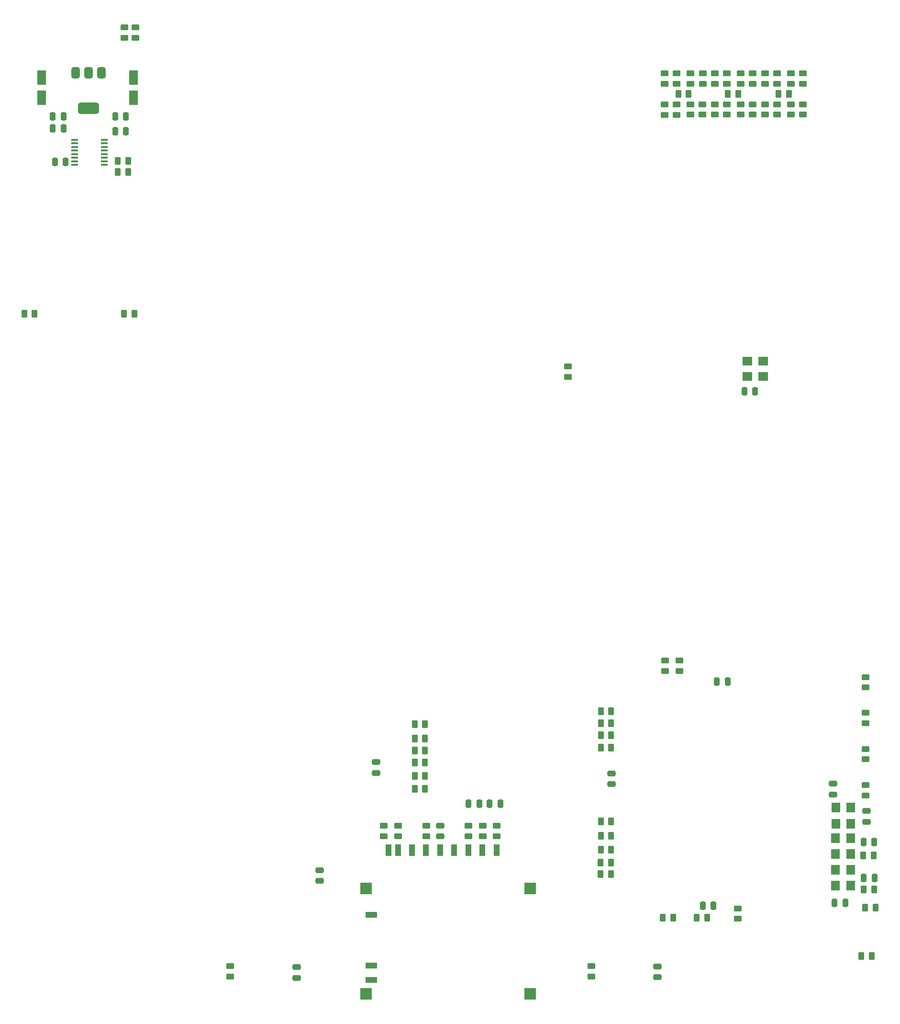
<source format=gbr>
%TF.GenerationSoftware,KiCad,Pcbnew,8.0.0*%
%TF.CreationDate,2024-03-06T22:08:17-05:00*%
%TF.ProjectId,Sentinel 65X - Prototype 4,53656e74-696e-4656-9c20-363558202d20,rev?*%
%TF.SameCoordinates,Original*%
%TF.FileFunction,Paste,Top*%
%TF.FilePolarity,Positive*%
%FSLAX46Y46*%
G04 Gerber Fmt 4.6, Leading zero omitted, Abs format (unit mm)*
G04 Created by KiCad (PCBNEW 8.0.0) date 2024-03-06 22:08:17*
%MOMM*%
%LPD*%
G01*
G04 APERTURE LIST*
G04 Aperture macros list*
%AMRoundRect*
0 Rectangle with rounded corners*
0 $1 Rounding radius*
0 $2 $3 $4 $5 $6 $7 $8 $9 X,Y pos of 4 corners*
0 Add a 4 corners polygon primitive as box body*
4,1,4,$2,$3,$4,$5,$6,$7,$8,$9,$2,$3,0*
0 Add four circle primitives for the rounded corners*
1,1,$1+$1,$2,$3*
1,1,$1+$1,$4,$5*
1,1,$1+$1,$6,$7*
1,1,$1+$1,$8,$9*
0 Add four rect primitives between the rounded corners*
20,1,$1+$1,$2,$3,$4,$5,0*
20,1,$1+$1,$4,$5,$6,$7,0*
20,1,$1+$1,$6,$7,$8,$9,0*
20,1,$1+$1,$8,$9,$2,$3,0*%
G04 Aperture macros list end*
%ADD10RoundRect,0.250000X-0.262500X-0.450000X0.262500X-0.450000X0.262500X0.450000X-0.262500X0.450000X0*%
%ADD11RoundRect,0.250000X-0.250000X-0.475000X0.250000X-0.475000X0.250000X0.475000X-0.250000X0.475000X0*%
%ADD12RoundRect,0.250000X0.262500X0.450000X-0.262500X0.450000X-0.262500X-0.450000X0.262500X-0.450000X0*%
%ADD13RoundRect,0.250000X0.475000X-0.250000X0.475000X0.250000X-0.475000X0.250000X-0.475000X-0.250000X0*%
%ADD14RoundRect,0.250000X0.250000X0.475000X-0.250000X0.475000X-0.250000X-0.475000X0.250000X-0.475000X0*%
%ADD15RoundRect,0.250000X-0.475000X0.250000X-0.475000X-0.250000X0.475000X-0.250000X0.475000X0.250000X0*%
%ADD16RoundRect,0.250000X-0.450000X0.262500X-0.450000X-0.262500X0.450000X-0.262500X0.450000X0.262500X0*%
%ADD17R,1.100000X2.000000*%
%ADD18R,2.000000X1.000000*%
%ADD19R,2.000000X2.000000*%
%ADD20RoundRect,0.250000X0.450000X-0.262500X0.450000X0.262500X-0.450000X0.262500X-0.450000X-0.262500X0*%
%ADD21R,1.540000X1.800000*%
%ADD22R,1.200000X0.400000*%
%ADD23R,1.800000X1.540000*%
%ADD24RoundRect,0.250000X-0.550000X1.050000X-0.550000X-1.050000X0.550000X-1.050000X0.550000X1.050000X0*%
%ADD25RoundRect,0.250000X0.550000X-1.050000X0.550000X1.050000X-0.550000X1.050000X-0.550000X-1.050000X0*%
%ADD26RoundRect,0.375000X-0.375000X0.625000X-0.375000X-0.625000X0.375000X-0.625000X0.375000X0.625000X0*%
%ADD27RoundRect,0.500000X-1.400000X0.500000X-1.400000X-0.500000X1.400000X-0.500000X1.400000X0.500000X0*%
G04 APERTURE END LIST*
D10*
%TO.C,R8*%
X194631576Y-199055000D03*
X196456576Y-199055000D03*
%TD*%
D11*
%TO.C,C9*%
X235978393Y-210904423D03*
X237878393Y-210904423D03*
%TD*%
D12*
%TO.C,R64*%
X163529204Y-188430358D03*
X161704204Y-188430358D03*
%TD*%
D13*
%TO.C,C10*%
X140824506Y-224159779D03*
X140824506Y-222259779D03*
%TD*%
D14*
%TO.C,C22*%
X99531718Y-73982794D03*
X97631718Y-73982794D03*
%TD*%
D12*
%TO.C,R18*%
X196456576Y-177024534D03*
X194631576Y-177024534D03*
%TD*%
%TO.C,R45*%
X207432523Y-213531890D03*
X205607523Y-213531890D03*
%TD*%
D15*
%TO.C,C4*%
X196488441Y-187992700D03*
X196488441Y-189892700D03*
%TD*%
D10*
%TO.C,R54*%
X194583487Y-203764013D03*
X196408487Y-203764013D03*
%TD*%
D16*
%TO.C,R29*%
X221503631Y-69741395D03*
X221503631Y-71566395D03*
%TD*%
%TO.C,R27*%
X216913631Y-69741395D03*
X216913631Y-71566395D03*
%TD*%
%TO.C,R55*%
X129013552Y-222077117D03*
X129013552Y-223902117D03*
%TD*%
D10*
%TO.C,R70*%
X109166881Y-79735000D03*
X110991881Y-79735000D03*
%TD*%
D17*
%TO.C,J9*%
X173664126Y-201596139D03*
X171164126Y-201596139D03*
X168664126Y-201596139D03*
X166164126Y-201596139D03*
X163664126Y-201596139D03*
X161164126Y-201596139D03*
X158739126Y-201596139D03*
X157039126Y-201596139D03*
X176164126Y-201596139D03*
D18*
X153989126Y-212996139D03*
D19*
X153089126Y-208346139D03*
X153089126Y-226996139D03*
X182089126Y-208346139D03*
X182089126Y-226996139D03*
D18*
X153989126Y-224546139D03*
X153989126Y-221946139D03*
%TD*%
D16*
%TO.C,R25*%
X221503631Y-64248099D03*
X221503631Y-66073099D03*
%TD*%
D12*
%TO.C,R24*%
X218944951Y-67891325D03*
X217119951Y-67891325D03*
%TD*%
D20*
%TO.C,R44*%
X158773968Y-199111232D03*
X158773968Y-197286232D03*
%TD*%
D11*
%TO.C,C6*%
X174941609Y-193356109D03*
X176841609Y-193356109D03*
%TD*%
D21*
%TO.C,X2*%
X238815000Y-199475000D03*
X236135000Y-199475000D03*
X236135000Y-202275000D03*
X238815000Y-202275000D03*
%TD*%
D16*
%TO.C,R68*%
X112255000Y-56132500D03*
X112255000Y-57957500D03*
%TD*%
D12*
%TO.C,R63*%
X163529204Y-190745357D03*
X161704204Y-190745357D03*
%TD*%
D16*
%TO.C,R39*%
X192939589Y-222073568D03*
X192939589Y-223898568D03*
%TD*%
D13*
%TO.C,C1*%
X235698459Y-191723662D03*
X235698459Y-189823662D03*
%TD*%
D20*
%TO.C,R50*%
X163698968Y-199116232D03*
X163698968Y-197291232D03*
%TD*%
D10*
%TO.C,R66*%
X241064106Y-202506512D03*
X242889106Y-202506512D03*
%TD*%
D22*
%TO.C,U8*%
X106725000Y-80447500D03*
X106725000Y-79812500D03*
X106725000Y-79177500D03*
X106725000Y-78542500D03*
X106725000Y-77907500D03*
X106725000Y-77272500D03*
X106725000Y-76637500D03*
X106725000Y-76002500D03*
X101525000Y-76002500D03*
X101525000Y-76637500D03*
X101525000Y-77272500D03*
X101525000Y-77907500D03*
X101525000Y-78542500D03*
X101525000Y-79177500D03*
X101525000Y-79812500D03*
X101525000Y-80447500D03*
%TD*%
D11*
%TO.C,C3*%
X215155372Y-171788184D03*
X217055372Y-171788184D03*
%TD*%
D20*
%TO.C,R23*%
X219373631Y-66073099D03*
X219373631Y-64248099D03*
%TD*%
D12*
%TO.C,R49*%
X213420721Y-213544466D03*
X211595721Y-213544466D03*
%TD*%
D16*
%TO.C,R51*%
X218862250Y-211869677D03*
X218862250Y-213694677D03*
%TD*%
D23*
%TO.C,X3*%
X223355852Y-117803392D03*
X223355852Y-115123392D03*
X220555852Y-115123392D03*
X220555852Y-117803392D03*
%TD*%
D10*
%TO.C,R56*%
X194583487Y-205783262D03*
X196408487Y-205783262D03*
%TD*%
D20*
%TO.C,R22*%
X216913631Y-66073099D03*
X216913631Y-64248099D03*
%TD*%
D12*
%TO.C,R53*%
X196456576Y-201525414D03*
X194631576Y-201525414D03*
%TD*%
D20*
%TO.C,R67*%
X110305000Y-57957500D03*
X110305000Y-56132500D03*
%TD*%
D16*
%TO.C,R12*%
X212613631Y-69741395D03*
X212613631Y-71566395D03*
%TD*%
D10*
%TO.C,R7*%
X194631576Y-196487679D03*
X196456576Y-196487679D03*
%TD*%
D16*
%TO.C,R2*%
X241443531Y-170999327D03*
X241443531Y-172824327D03*
%TD*%
D24*
%TO.C,C16*%
X95675000Y-64975000D03*
X95675000Y-68575000D03*
%TD*%
D20*
%TO.C,R46*%
X171198968Y-199111231D03*
X171198968Y-197286231D03*
%TD*%
D10*
%TO.C,R41*%
X92607539Y-106717150D03*
X94432539Y-106717150D03*
%TD*%
D16*
%TO.C,R13*%
X241443531Y-190084327D03*
X241443531Y-191909327D03*
%TD*%
%TO.C,R37*%
X228263631Y-69741395D03*
X228263631Y-71566395D03*
%TD*%
D14*
%TO.C,C13*%
X221934842Y-120469294D03*
X220034842Y-120469294D03*
%TD*%
D16*
%TO.C,R36*%
X225803631Y-69741395D03*
X225803631Y-71566395D03*
%TD*%
D10*
%TO.C,R69*%
X109166881Y-81677786D03*
X110991881Y-81677786D03*
%TD*%
D13*
%TO.C,C14*%
X154873173Y-187917679D03*
X154873173Y-186017679D03*
%TD*%
D11*
%TO.C,C23*%
X98007693Y-79898647D03*
X99907693Y-79898647D03*
%TD*%
%TO.C,C20*%
X241112542Y-200154640D03*
X243012542Y-200154640D03*
%TD*%
D16*
%TO.C,R35*%
X223673631Y-69741395D03*
X223673631Y-71566395D03*
%TD*%
D12*
%TO.C,R65*%
X242968965Y-208490187D03*
X241143965Y-208490187D03*
%TD*%
D10*
%TO.C,R40*%
X110237244Y-106715358D03*
X112062244Y-106715358D03*
%TD*%
D16*
%TO.C,R34*%
X230393631Y-64248099D03*
X230393631Y-66073099D03*
%TD*%
D12*
%TO.C,R47*%
X242543546Y-220314007D03*
X240718546Y-220314007D03*
%TD*%
%TO.C,R19*%
X196456576Y-181235622D03*
X194631576Y-181235622D03*
%TD*%
%TO.C,R59*%
X163529204Y-179342679D03*
X161704204Y-179342679D03*
%TD*%
D16*
%TO.C,R20*%
X214783631Y-64248099D03*
X214783631Y-66073099D03*
%TD*%
D12*
%TO.C,R62*%
X163529204Y-186075358D03*
X161704204Y-186075358D03*
%TD*%
D16*
%TO.C,R26*%
X214783631Y-69741395D03*
X214783631Y-71566395D03*
%TD*%
D20*
%TO.C,R43*%
X176198968Y-199111232D03*
X176198968Y-197286232D03*
%TD*%
D16*
%TO.C,R28*%
X219373631Y-69741395D03*
X219373631Y-71566395D03*
%TD*%
%TO.C,R14*%
X241443531Y-183699327D03*
X241443531Y-185524327D03*
%TD*%
%TO.C,R58*%
X241443531Y-177314327D03*
X241443531Y-179139327D03*
%TD*%
%TO.C,R10*%
X208023631Y-69776395D03*
X208023631Y-71601395D03*
%TD*%
D20*
%TO.C,R15*%
X208490852Y-169871031D03*
X208490852Y-168046031D03*
%TD*%
D11*
%TO.C,C21*%
X108675000Y-74455000D03*
X110575000Y-74455000D03*
%TD*%
%TO.C,C2*%
X212651881Y-211393462D03*
X214551881Y-211393462D03*
%TD*%
D16*
%TO.C,R30*%
X223673631Y-64248099D03*
X223673631Y-66073099D03*
%TD*%
%TO.C,R9*%
X205893631Y-69776395D03*
X205893631Y-71601395D03*
%TD*%
D12*
%TO.C,R60*%
X163529204Y-181815358D03*
X161704204Y-181815358D03*
%TD*%
%TO.C,R33*%
X227889199Y-67891325D03*
X226064199Y-67891325D03*
%TD*%
D14*
%TO.C,C18*%
X99525000Y-71855000D03*
X97625000Y-71855000D03*
%TD*%
D12*
%TO.C,R17*%
X196456576Y-179140858D03*
X194631576Y-179140858D03*
%TD*%
D21*
%TO.C,X1*%
X238858459Y-194075358D03*
X236178459Y-194075358D03*
X236178459Y-196875358D03*
X238858459Y-196875358D03*
%TD*%
D16*
%TO.C,R6*%
X212653631Y-64248099D03*
X212653631Y-66073099D03*
%TD*%
D20*
%TO.C,R31*%
X225803631Y-66073099D03*
X225803631Y-64248099D03*
%TD*%
D12*
%TO.C,R5*%
X210166131Y-67897426D03*
X208341131Y-67897426D03*
%TD*%
D20*
%TO.C,R16*%
X205950852Y-169871031D03*
X205950852Y-168046031D03*
%TD*%
%TO.C,R3*%
X208023631Y-66073099D03*
X208023631Y-64248099D03*
%TD*%
D12*
%TO.C,R61*%
X163529204Y-183945358D03*
X161704204Y-183945358D03*
%TD*%
D21*
%TO.C,X4*%
X238815000Y-205075000D03*
X236135000Y-205075000D03*
X236135000Y-207875000D03*
X238815000Y-207875000D03*
%TD*%
D16*
%TO.C,R1*%
X205893631Y-64248099D03*
X205893631Y-66073099D03*
%TD*%
D25*
%TO.C,C17*%
X111925000Y-68575000D03*
X111925000Y-64975000D03*
%TD*%
D20*
%TO.C,R42*%
X156240039Y-199111232D03*
X156240039Y-197286232D03*
%TD*%
D11*
%TO.C,C19*%
X108675000Y-71855000D03*
X110575000Y-71855000D03*
%TD*%
D10*
%TO.C,R57*%
X241415177Y-211697105D03*
X243240177Y-211697105D03*
%TD*%
D26*
%TO.C,U7*%
X106253531Y-64136827D03*
X103953531Y-64136827D03*
D27*
X103953531Y-70436827D03*
D26*
X101653531Y-64136827D03*
%TD*%
D20*
%TO.C,R4*%
X210483631Y-66073099D03*
X210483631Y-64248099D03*
%TD*%
D13*
%TO.C,C12*%
X144878173Y-207003531D03*
X144878173Y-205103531D03*
%TD*%
D14*
%TO.C,C15*%
X173113313Y-193356109D03*
X171213313Y-193356109D03*
%TD*%
D12*
%TO.C,R21*%
X196456576Y-183423255D03*
X194631576Y-183423255D03*
%TD*%
D13*
%TO.C,C5*%
X241608173Y-196553531D03*
X241608173Y-194653531D03*
%TD*%
D11*
%TO.C,C11*%
X241136345Y-206457402D03*
X243036345Y-206457402D03*
%TD*%
D16*
%TO.C,R11*%
X210483631Y-69741395D03*
X210483631Y-71566395D03*
%TD*%
D20*
%TO.C,R48*%
X173698968Y-199111232D03*
X173698968Y-197286232D03*
%TD*%
D13*
%TO.C,C7*%
X204631962Y-224029740D03*
X204631962Y-222129740D03*
%TD*%
%TO.C,C8*%
X166198968Y-199128732D03*
X166198968Y-197228732D03*
%TD*%
D16*
%TO.C,R52*%
X188768058Y-116064108D03*
X188768058Y-117889108D03*
%TD*%
%TO.C,R38*%
X230393631Y-69741395D03*
X230393631Y-71566395D03*
%TD*%
D20*
%TO.C,R32*%
X228263631Y-66073099D03*
X228263631Y-64248099D03*
%TD*%
M02*

</source>
